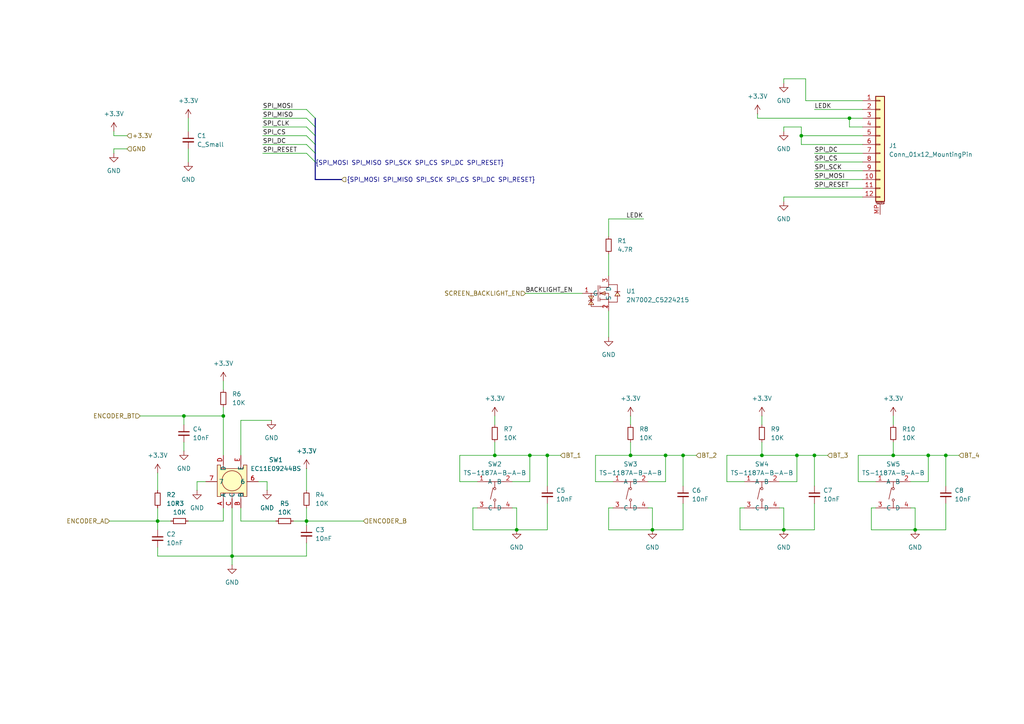
<source format=kicad_sch>
(kicad_sch (version 20231120) (generator "eeschema") (generator_version "8.0")
  (paper "A4")
  (lib_symbols
    (symbol "Connector_Generic_MountingPin:Conn_01x12_MountingPin" (pin_names (offset 1.016) hide)
      (property "Reference" "J" (at 0 15.24 0))
      (property "Value" "Conn_01x12_MountingPin" (at 1.27 -17.78 0))
      (symbol "Conn_01x12_MountingPin_1_1"
        (rectangle (start -1.27 -15.113) (end 0 -15.367) (stroke (width 0.1524)))
        (rectangle (start -1.27 -12.573) (end 0 -12.827) (stroke (width 0.1524)))
        (rectangle (start -1.27 -10.033) (end 0 -10.287) (stroke (width 0.1524)))
        (rectangle (start -1.27 -7.493) (end 0 -7.747) (stroke (width 0.1524)))
        (rectangle (start -1.27 -4.953) (end 0 -5.207) (stroke (width 0.1524)))
        (rectangle (start -1.27 -2.413) (end 0 -2.667) (stroke (width 0.1524)))
        (rectangle (start -1.27 0.127) (end 0 -0.127) (stroke (width 0.1524)))
        (rectangle (start -1.27 2.667) (end 0 2.413) (stroke (width 0.1524)))
        (rectangle (start -1.27 5.207) (end 0 4.953) (stroke (width 0.1524)))
        (rectangle (start -1.27 7.747) (end 0 7.493) (stroke (width 0.1524)))
        (rectangle (start -1.27 10.287) (end 0 10.033) (stroke (width 0.1524)))
        (rectangle (start -1.27 12.827) (end 0 12.573) (stroke (width 0.1524)))
        (rectangle (start -1.27 13.97) (end 1.27 -16.51) (stroke (width 0.254)) (fill (type background)))
        (polyline (pts (xy -1.016 -17.272) (xy 1.016 -17.272)) (stroke (width 0.1524)))
        (text "Mounting" (at 0 -16.891 0) (effects (font (size 0.381 0.381))))
        (pin passive line (at -5.08 12.7 0) (length 3.81) (name "Pin_1") (number "1"))
        (pin passive line (at -5.08 -10.16 0) (length 3.81) (name "Pin_10") (number "10"))
        (pin passive line (at -5.08 -12.7 0) (length 3.81) (name "Pin_11") (number "11"))
        (pin passive line (at -5.08 -15.24 0) (length 3.81) (name "Pin_12") (number "12"))
        (pin passive line (at -5.08 10.16 0) (length 3.81) (name "Pin_2") (number "2"))
        (pin passive line (at -5.08 7.62 0) (length 3.81) (name "Pin_3") (number "3"))
        (pin passive line (at -5.08 5.08 0) (length 3.81) (name "Pin_4") (number "4"))
        (pin passive line (at -5.08 2.54 0) (length 3.81) (name "Pin_5") (number "5"))
        (pin passive line (at -5.08 0 0) (length 3.81) (name "Pin_6") (number "6"))
        (pin passive line (at -5.08 -2.54 0) (length 3.81) (name "Pin_7") (number "7"))
        (pin passive line (at -5.08 -5.08 0) (length 3.81) (name "Pin_8") (number "8"))
        (pin passive line (at -5.08 -7.62 0) (length 3.81) (name "Pin_9") (number "9"))
        (pin passive line (at 0 -20.32 90) (length 3.048) (name "MountPin") (number "MP"))
      )
    )
    (symbol "Device:C_Small" (pin_numbers hide) (pin_names (offset 0.254) hide)
      (property "Reference" "C" (at 0.254 1.778 0))
      (property "Value" "C_Small" (at 0.254 -2.032 0))
      (symbol "C_Small_0_1"
        (polyline (pts (xy -1.524 -0.508) (xy 1.524 -0.508)) (stroke (width 0.3302)))
        (polyline (pts (xy -1.524 0.508) (xy 1.524 0.508)) (stroke (width 0.3048)))
      )
      (symbol "C_Small_1_1"
        (pin passive line (at 0 2.54 270) (length 2.032) (name "~") (number "1"))
        (pin passive line (at 0 -2.54 90) (length 2.032) (name "~") (number "2"))
      )
    )
    (symbol "Device:R_Small" (pin_numbers hide) (pin_names (offset 0.254) hide)
      (property "Reference" "R" (at 0.762 0.508 0))
      (property "Value" "R_Small" (at 0.762 -1.016 0))
      (symbol "R_Small_0_1"
        (rectangle (start -0.762 1.778) (end 0.762 -1.778) (stroke (width 0.2032)))
      )
      (symbol "R_Small_1_1"
        (pin passive line (at 0 2.54 270) (length 0.762) (name "~") (number "1"))
        (pin passive line (at 0 -2.54 90) (length 0.762) (name "~") (number "2"))
      )
    )
    (symbol "footprints:2N7002_C5224215"
      (property "Reference" "U" (at 0 10.16 0))
      (property "Value" "2N7002_C5224215" (at 0 -10.16 0))
      (symbol "2N7002_C5224215_0_1"
        (polyline (pts (xy -5.08 0) (xy -3.05 0)))
        (polyline (pts (xy -3.05 2.29) (xy -3.05 -2.29)))
        (polyline (pts (xy -2.54 -2.29) (xy -2.54 -1.27)))
        (polyline (pts (xy -2.54 -0.51) (xy -2.54 0.51)))
        (polyline (pts (xy -2.54 1.27) (xy -2.54 2.29)))
        (polyline (pts (xy 0 -1.78) (xy -2.54 -1.78)))
        (polyline (pts (xy 0 1.78) (xy -2.54 1.78)))
        (polyline (pts (xy -2.54 0) (xy 0 0) (xy 0 -2.54)))
        (polyline (pts (xy 0 -2.54) (xy 2.54 -2.54) (xy 2.54 -0.51)))
        (polyline (pts (xy -5.84 -2.29) (xy -5.59 -2.03) (xy -4.57 -2.03) (xy -4.32 -1.78)))
        (polyline (pts (xy -5.08 -2.03) (xy -5.84 -3.3) (xy -4.32 -3.3) (xy -5.08 -2.03)) (fill (type background)))
        (polyline (pts (xy -5.08 -2.03) (xy -4.32 -0.76) (xy -5.84 -0.76) (xy -5.08 -2.03)) (fill (type background)))
        (polyline (pts (xy -5.08 0) (xy -5.08 -2.79) (xy -5.08 -3.81) (xy 0 -3.81)))
        (polyline (pts (xy -2.54 0) (xy -1.02 -0.51) (xy -1.02 0.51) (xy -2.54 0)) (fill (type background)))
        (polyline (pts (xy 0 1.78) (xy 0 2.54) (xy 2.54 2.54) (xy 2.54 0)))
        (polyline (pts (xy 1.78 0.51) (xy 2.03 0.51) (xy 3.05 0.51) (xy 3.3 0.51)))
        (polyline (pts (xy 2.54 0.51) (xy 1.78 -0.76) (xy 3.3 -0.76) (xy 2.54 0.51)) (fill (type background)))
        (pin unspecified line (at -7.62 0 0) (length 2.54) (name "G") (number "1"))
        (pin unspecified line (at 0 -5.08 90) (length 2.54) (name "S") (number "2"))
        (pin unspecified line (at 0 5.08 270) (length 2.54) (name "D") (number "3"))
      )
    )
    (symbol "footprints:EC11E09244BS"
      (property "Reference" "SW" (at 0 12.7 0))
      (property "Value" "EC11E09244BS" (at 0 -12.7 0))
      (symbol "EC11E09244BS_0_1"
        (polyline (pts (xy -2.54 3.81) (xy -2.54 5.08)))
        (polyline (pts (xy 0 -3.3) (xy 0 -5.08)))
        (polyline (pts (xy 2.54 -3.3) (xy 2.54 -5.08)))
        (polyline (pts (xy 2.54 3.81) (xy 2.54 5.08)))
        (polyline (pts (xy -2.54 -3.3) (xy -2.54 -5.08) (xy -2.54 -5.08)))
        (polyline (pts (xy -4.32 -4.32) (xy -3.56 -4.32) (xy -3.3 -4.32) (xy -3.3 -3.3) (xy 3.3 -3.3) (xy 3.3 -4.32) (xy 4.32 -4.32) (xy 4.32 4.83) (xy 3.3 4.83) (xy 3.3 3.81) (xy -3.3 3.81) (xy -3.3 4.83) (xy -4.32 4.83) (xy -4.32 -4.32)) (fill (type background)))
        (circle (center 0 0.25) (radius 2.92))
        (pin unspecified line (at 7.62 0 180) (length 3.302) (name "6") (number "6"))
        (pin unspecified line (at -7.62 0 0) (length 3.302) (name "7") (number "7"))
        (pin unspecified line (at -2.54 -7.62 90) (length 2.54) (name "A") (number "A"))
        (pin unspecified line (at 2.54 -7.62 90) (length 2.54) (name "B") (number "B"))
        (pin unspecified line (at 0 -7.62 90) (length 2.54) (name "C") (number "C"))
        (pin unspecified line (at -2.54 7.62 270) (length 2.54) (name "D") (number "D"))
        (pin unspecified line (at 2.54 7.62 270) (length 2.54) (name "E") (number "E"))
      )
    )
    (symbol "footprints:TS-1187A-B-A-B"
      (property "Reference" "SW" (at 0 7.62 0))
      (property "Value" "TS-1187A-B-A-B" (at 0 -10.16 0))
      (symbol "TS-1187A-B-A-B_0_1"
        (circle (center 0 -2.79) (radius 0.32))
        (polyline (pts (xy -2.54 -5.08) (xy 2.54 -5.08)))
        (polyline (pts (xy -2.54 2.54) (xy 2.54 2.54)))
        (polyline (pts (xy -0.51 0.76) (xy -1.27 -2.54)))
        (polyline (pts (xy 0 -3.3) (xy 0 -5.08)))
        (polyline (pts (xy 0 0.76) (xy 0 2.54)))
        (circle (center 0 0.51) (radius 0.32))
        (pin unspecified line (at -5.08 2.54 0) (length 2.54) (name "A") (number "1"))
        (pin unspecified line (at 5.08 2.54 180) (length 2.54) (name "B") (number "2"))
        (pin unspecified line (at -5.08 -5.08 0) (length 2.54) (name "C") (number "3"))
        (pin unspecified line (at 5.08 -5.08 180) (length 2.54) (name "D") (number "4"))
      )
    )
    (symbol "power:+3.3V" (power) (pin_numbers hide) (pin_names (offset 0) hide)
      (property "Value" "+3.3V" (at 0 3.556 0))
      (symbol "+3.3V_0_1"
        (polyline (pts (xy -0.762 1.27) (xy 0 2.54)))
        (polyline (pts (xy 0 0) (xy 0 2.54)))
        (polyline (pts (xy 0 2.54) (xy 0.762 1.27)))
      )
      (symbol "+3.3V_1_1"
        (pin power_in line (at 0 0 90) (length 0) (name "~") (number "1"))
      )
    )
    (symbol "power:GND" (power) (pin_numbers hide) (pin_names (offset 0) hide)
      (property "Value" "GND" (at 0 -3.81 0))
      (symbol "GND_0_1"
        (polyline (pts (xy 0 0) (xy 0 -1.27) (xy 1.27 -1.27) (xy 0 -2.54) (xy -1.27 -1.27) (xy 0 -1.27)))
      )
      (symbol "GND_1_1"
        (pin power_in line (at 0 0 270) (length 0) (name "~") (number "1"))
      )
    )
  )
  (junction (at 189.23 153.67))
  (junction (at 231.14 132.08))
  (junction (at 182.88 132.08))
  (junction (at 193.04 132.08))
  (junction (at 153.67 132.08))
  (junction (at 269.24 132.08))
  (junction (at 274.32 132.08))
  (junction (at 246.38 34.29))
  (junction (at 149.86 153.67))
  (junction (at 265.43 153.67))
  (junction (at 232.41 39.37))
  (junction (at 158.75 132.08))
  (junction (at 198.12 132.08))
  (junction (at 88.9 151.13))
  (junction (at 67.31 161.29))
  (junction (at 143.51 132.08))
  (junction (at 236.22 132.08))
  (junction (at 45.72 151.13))
  (junction (at 227.33 153.67))
  (junction (at 259.08 132.08))
  (junction (at 64.77 120.65))
  (junction (at 220.98 132.08))
  (junction (at 53.34 120.65))
  (bus_entry (at 88.9 31.75) (size 2.54 2.54))
  (bus_entry (at 88.9 34.29) (size 2.54 2.54))
  (bus_entry (at 88.9 36.83) (size 2.54 2.54))
  (bus_entry (at 88.9 39.37) (size 2.54 2.54))
  (bus_entry (at 88.9 44.45) (size 2.54 2.54))
  (bus_entry (at 88.9 41.91) (size 2.54 2.54))
  (wire (pts (xy 214.63 147.32) (xy 214.63 153.67)))
  (wire (pts (xy 133.35 132.08) (xy 143.51 132.08)))
  (wire (pts (xy 85.09 151.13) (xy 88.9 151.13)))
  (wire (pts (xy 182.88 120.65) (xy 182.88 123.19)))
  (bus (pts (xy 91.44 39.37) (xy 91.44 41.91)))
  (wire (pts (xy 187.96 139.7) (xy 193.04 139.7)))
  (wire (pts (xy 259.08 132.08) (xy 269.24 132.08)))
  (wire (pts (xy 264.16 147.32) (xy 265.43 147.32)))
  (wire (pts (xy 69.85 147.32) (xy 69.85 151.13)))
  (wire (pts (xy 274.32 146.05) (xy 274.32 153.67)))
  (wire (pts (xy 45.72 151.13) (xy 49.53 151.13)))
  (wire (pts (xy 53.34 120.65) (xy 64.77 120.65)))
  (wire (pts (xy 232.41 36.83) (xy 227.33 36.83)))
  (wire (pts (xy 236.22 52.07) (xy 250.19 52.07)))
  (wire (pts (xy 259.08 132.08) (xy 259.08 128.27)))
  (wire (pts (xy 137.16 147.32) (xy 137.16 153.67)))
  (wire (pts (xy 88.9 151.13) (xy 88.9 152.4)))
  (wire (pts (xy 176.53 153.67) (xy 189.23 153.67)))
  (wire (pts (xy 259.08 120.65) (xy 259.08 123.19)))
  (wire (pts (xy 252.73 147.32) (xy 254 147.32)))
  (wire (pts (xy 265.43 147.32) (xy 265.43 153.67)))
  (wire (pts (xy 236.22 54.61) (xy 250.19 54.61)))
  (wire (pts (xy 54.61 43.18) (xy 54.61 46.99)))
  (wire (pts (xy 148.59 139.7) (xy 153.67 139.7)))
  (wire (pts (xy 59.69 139.7) (xy 57.15 139.7)))
  (wire (pts (xy 236.22 132.08) (xy 240.03 132.08)))
  (wire (pts (xy 64.77 110.49) (xy 64.77 113.03)))
  (wire (pts (xy 153.67 132.08) (xy 158.75 132.08)))
  (wire (pts (xy 78.74 121.92) (xy 69.85 121.92)))
  (bus (pts (xy 91.44 44.45) (xy 91.44 46.99)))
  (wire (pts (xy 236.22 46.99) (xy 250.19 46.99)))
  (wire (pts (xy 152.4 85.09) (xy 168.91 85.09)))
  (wire (pts (xy 176.53 147.32) (xy 176.53 153.67)))
  (wire (pts (xy 220.98 132.08) (xy 220.98 128.27)))
  (wire (pts (xy 74.93 139.7) (xy 77.47 139.7)))
  (wire (pts (xy 149.86 147.32) (xy 149.86 153.67)))
  (wire (pts (xy 137.16 153.67) (xy 149.86 153.67)))
  (wire (pts (xy 153.67 139.7) (xy 153.67 132.08)))
  (wire (pts (xy 193.04 132.08) (xy 198.12 132.08)))
  (wire (pts (xy 31.75 151.13) (xy 45.72 151.13)))
  (wire (pts (xy 53.34 120.65) (xy 53.34 123.19)))
  (wire (pts (xy 33.02 43.18) (xy 36.83 43.18)))
  (wire (pts (xy 137.16 147.32) (xy 138.43 147.32)))
  (wire (pts (xy 250.19 29.21) (xy 233.68 29.21)))
  (wire (pts (xy 252.73 147.32) (xy 252.73 153.67)))
  (wire (pts (xy 33.02 39.37) (xy 36.83 39.37)))
  (wire (pts (xy 158.75 132.08) (xy 162.56 132.08)))
  (wire (pts (xy 269.24 132.08) (xy 274.32 132.08)))
  (wire (pts (xy 274.32 153.67) (xy 265.43 153.67)))
  (wire (pts (xy 133.35 139.7) (xy 138.43 139.7)))
  (wire (pts (xy 143.51 120.65) (xy 143.51 123.19)))
  (bus (pts (xy 91.44 36.83) (xy 91.44 39.37)))
  (wire (pts (xy 219.71 33.02) (xy 219.71 34.29)))
  (wire (pts (xy 250.19 36.83) (xy 246.38 36.83)))
  (wire (pts (xy 77.47 139.7) (xy 77.47 142.24)))
  (wire (pts (xy 176.53 73.66) (xy 176.53 80.01)))
  (wire (pts (xy 220.98 120.65) (xy 220.98 123.19)))
  (wire (pts (xy 214.63 147.32) (xy 215.9 147.32)))
  (wire (pts (xy 233.68 29.21) (xy 233.68 22.86)))
  (wire (pts (xy 45.72 158.75) (xy 45.72 161.29)))
  (wire (pts (xy 64.77 120.65) (xy 64.77 132.08)))
  (wire (pts (xy 219.71 34.29) (xy 246.38 34.29)))
  (wire (pts (xy 57.15 139.7) (xy 57.15 142.24)))
  (wire (pts (xy 246.38 34.29) (xy 250.19 34.29)))
  (wire (pts (xy 45.72 151.13) (xy 45.72 153.67)))
  (wire (pts (xy 246.38 36.83) (xy 246.38 34.29)))
  (wire (pts (xy 233.68 22.86) (xy 227.33 22.86)))
  (wire (pts (xy 33.02 44.45) (xy 33.02 43.18)))
  (wire (pts (xy 45.72 137.16) (xy 45.72 142.24)))
  (wire (pts (xy 220.98 132.08) (xy 231.14 132.08)))
  (wire (pts (xy 88.9 161.29) (xy 67.31 161.29)))
  (wire (pts (xy 186.69 63.5) (xy 176.53 63.5)))
  (wire (pts (xy 198.12 153.67) (xy 189.23 153.67)))
  (wire (pts (xy 231.14 139.7) (xy 231.14 132.08)))
  (wire (pts (xy 158.75 153.67) (xy 149.86 153.67)))
  (wire (pts (xy 76.2 36.83) (xy 88.9 36.83)))
  (wire (pts (xy 76.2 41.91) (xy 88.9 41.91)))
  (wire (pts (xy 76.2 39.37) (xy 88.9 39.37)))
  (wire (pts (xy 210.82 139.7) (xy 210.82 132.08)))
  (wire (pts (xy 236.22 44.45) (xy 250.19 44.45)))
  (wire (pts (xy 250.19 41.91) (xy 232.41 41.91)))
  (wire (pts (xy 64.77 118.11) (xy 64.77 120.65)))
  (wire (pts (xy 227.33 22.86) (xy 227.33 24.13)))
  (wire (pts (xy 67.31 161.29) (xy 67.31 163.83)))
  (wire (pts (xy 67.31 147.32) (xy 67.31 161.29)))
  (wire (pts (xy 232.41 41.91) (xy 232.41 39.37)))
  (wire (pts (xy 64.77 151.13) (xy 54.61 151.13)))
  (wire (pts (xy 198.12 132.08) (xy 198.12 140.97)))
  (wire (pts (xy 226.06 139.7) (xy 231.14 139.7)))
  (wire (pts (xy 88.9 135.89) (xy 88.9 142.24)))
  (wire (pts (xy 76.2 31.75) (xy 88.9 31.75)))
  (wire (pts (xy 45.72 147.32) (xy 45.72 151.13)))
  (wire (pts (xy 269.24 139.7) (xy 269.24 132.08)))
  (wire (pts (xy 76.2 44.45) (xy 88.9 44.45)))
  (wire (pts (xy 248.92 132.08) (xy 259.08 132.08)))
  (wire (pts (xy 133.35 139.7) (xy 133.35 132.08)))
  (wire (pts (xy 88.9 151.13) (xy 105.41 151.13)))
  (wire (pts (xy 227.33 57.15) (xy 227.33 58.42)))
  (wire (pts (xy 252.73 153.67) (xy 265.43 153.67)))
  (wire (pts (xy 236.22 132.08) (xy 236.22 140.97)))
  (wire (pts (xy 54.61 34.29) (xy 54.61 38.1)))
  (wire (pts (xy 158.75 146.05) (xy 158.75 153.67)))
  (wire (pts (xy 69.85 121.92) (xy 69.85 132.08)))
  (wire (pts (xy 88.9 157.48) (xy 88.9 161.29)))
  (wire (pts (xy 226.06 147.32) (xy 227.33 147.32)))
  (wire (pts (xy 182.88 132.08) (xy 182.88 128.27)))
  (wire (pts (xy 45.72 161.29) (xy 67.31 161.29)))
  (wire (pts (xy 198.12 146.05) (xy 198.12 153.67)))
  (wire (pts (xy 69.85 151.13) (xy 80.01 151.13)))
  (wire (pts (xy 214.63 153.67) (xy 227.33 153.67)))
  (wire (pts (xy 172.72 139.7) (xy 177.8 139.7)))
  (wire (pts (xy 176.53 90.17) (xy 176.53 97.79)))
  (wire (pts (xy 193.04 139.7) (xy 193.04 132.08)))
  (bus (pts (xy 91.44 52.07) (xy 99.06 52.07)))
  (wire (pts (xy 236.22 146.05) (xy 236.22 153.67)))
  (wire (pts (xy 182.88 132.08) (xy 193.04 132.08)))
  (wire (pts (xy 158.75 132.08) (xy 158.75 140.97)))
  (wire (pts (xy 210.82 139.7) (xy 215.9 139.7)))
  (wire (pts (xy 176.53 63.5) (xy 176.53 68.58)))
  (wire (pts (xy 143.51 132.08) (xy 143.51 128.27)))
  (wire (pts (xy 236.22 49.53) (xy 250.19 49.53)))
  (wire (pts (xy 143.51 132.08) (xy 153.67 132.08)))
  (wire (pts (xy 176.53 147.32) (xy 177.8 147.32)))
  (wire (pts (xy 232.41 39.37) (xy 232.41 36.83)))
  (wire (pts (xy 88.9 147.32) (xy 88.9 151.13)))
  (wire (pts (xy 227.33 36.83) (xy 227.33 38.1)))
  (wire (pts (xy 53.34 128.27) (xy 53.34 130.81)))
  (bus (pts (xy 91.44 34.29) (xy 91.44 36.83)))
  (wire (pts (xy 172.72 132.08) (xy 182.88 132.08)))
  (wire (pts (xy 64.77 147.32) (xy 64.77 151.13)))
  (wire (pts (xy 172.72 139.7) (xy 172.72 132.08)))
  (wire (pts (xy 148.59 147.32) (xy 149.86 147.32)))
  (wire (pts (xy 187.96 147.32) (xy 189.23 147.32)))
  (wire (pts (xy 236.22 31.75) (xy 250.19 31.75)))
  (wire (pts (xy 198.12 132.08) (xy 201.93 132.08)))
  (wire (pts (xy 274.32 132.08) (xy 278.13 132.08)))
  (bus (pts (xy 91.44 46.99) (xy 91.44 52.07)))
  (wire (pts (xy 227.33 57.15) (xy 250.19 57.15)))
  (bus (pts (xy 91.44 41.91) (xy 91.44 44.45)))
  (wire (pts (xy 76.2 34.29) (xy 88.9 34.29)))
  (wire (pts (xy 250.19 39.37) (xy 232.41 39.37)))
  (wire (pts (xy 248.92 139.7) (xy 248.92 132.08)))
  (wire (pts (xy 189.23 147.32) (xy 189.23 153.67)))
  (wire (pts (xy 210.82 132.08) (xy 220.98 132.08)))
  (wire (pts (xy 264.16 139.7) (xy 269.24 139.7)))
  (wire (pts (xy 33.02 38.1) (xy 33.02 39.37)))
  (wire (pts (xy 231.14 132.08) (xy 236.22 132.08)))
  (wire (pts (xy 274.32 132.08) (xy 274.32 140.97)))
  (wire (pts (xy 227.33 147.32) (xy 227.33 153.67)))
  (wire (pts (xy 248.92 139.7) (xy 254 139.7)))
  (wire (pts (xy 40.64 120.65) (xy 53.34 120.65)))
  (wire (pts (xy 236.22 153.67) (xy 227.33 153.67)))
  (label "SPI_MOSI" (at 236.22 52.07 0))
  (label "SPI_RESET" (at 76.2 44.45 0))
  (label "SPI_SCK" (at 236.22 49.53 0))
  (label "LEDK" (at 181.61 63.5 0))
  (label "LEDK" (at 236.22 31.75 0))
  (label "SPI_MOSI" (at 76.2 31.75 0))
  (label "{SPI_MOSI SPI_MISO SPI_SCK SPI_CS SPI_DC SPI_RESET}" (at 91.44 48.26 0))
  (label "SPI_DC" (at 236.22 44.45 0))
  (label "SPI_MISO" (at 76.2 34.29 0))
  (label "BACKLIGHT_EN" (at 152.4 85.09 0))
  (label "SPI_RESET" (at 236.22 54.61 0))
  (label "SPI_CS" (at 236.22 46.99 0))
  (label "SPI_DC" (at 76.2 41.91 0))
  (label "SPI_CLK" (at 76.2 36.83 0))
  (label "SPI_CS" (at 76.2 39.37 0))
  (hierarchical_label "ENCODER_BT" (shape input) (at 40.64 120.65 180))
  (hierarchical_label "ENCODER_A" (shape input) (at 31.75 151.13 180))
  (hierarchical_label "BT_3" (shape input) (at 240.03 132.08 0))
  (hierarchical_label "GND" (shape input) (at 36.83 43.18 0))
  (hierarchical_label "+3.3V" (shape input) (at 36.83 39.37 0))
  (hierarchical_label "BT_1" (shape input) (at 162.56 132.08 0))
  (hierarchical_label "SCREEN_BACKLIGHT_EN" (shape input) (at 152.4 85.09 180))
  (hierarchical_label "ENCODER_B" (shape input) (at 105.41 151.13 0))
  (hierarchical_label "{SPI_MOSI SPI_MISO SPI_SCK SPI_CS SPI_DC SPI_RESET}" (shape input) (at 99.06 52.07 0))
  (hierarchical_label "BT_4" (shape input) (at 278.13 132.08 0))
  (hierarchical_label "BT_2" (shape input) (at 201.93 132.08 0))
  (symbol (lib_id "Device:C_Small") (at 54.61 40.64 0) (unit 1)
    (property "Reference" "C1" (at 57.15 39.3762 0) (effects (justify left)))
    (property "Value" "C_Small" (at 57.15 41.9162 0) (effects (justify left)))
    (property "Description" "Unpolarized capacitor, small symbol" (effects (hide yes)))
  )
  (symbol (lib_id "Device:C_Small") (at 236.22 143.51 0) (unit 1)
    (property "Reference" "C7" (at 238.76 142.2462 0) (effects (justify left)))
    (property "Value" "10nF" (at 238.76 144.7862 0) (effects (justify left)))
    (property "Description" "Unpolarized capacitor, small symbol" (effects (hide yes)))
  )
  (symbol (lib_id "power:GND") (at 189.23 153.67 0) (unit 1)
    (property "Reference" "#PWR020" (effects (hide yes)))
    (property "Value" "GND" (at 189.23 158.75 0))
    (property "Description" "Power symbol creates a global label with name \"GND\" , ground" (effects (hide yes)))
  )
  (symbol (lib_id "power:+3.3V") (at 45.72 137.16 0) (unit 1)
    (property "Reference" "#PWR011" (effects (hide yes)))
    (property "Value" "+3.3V" (at 45.72 132.08 0))
    (property "Description" "Power symbol creates a global label with name \"+3.3V\"" (effects (hide yes)))
  )
  (symbol (lib_id "power:+3.3V") (at 33.02 38.1 0) (unit 1)
    (property "Reference" "#PWR09" (effects (hide yes)))
    (property "Value" "+3.3V" (at 33.02 33.02 0))
    (property "Description" "Power symbol creates a global label with name \"+3.3V\"" (effects (hide yes)))
  )
  (symbol (lib_id "Device:R_Small") (at 45.72 144.78 0) (unit 1)
    (property "Reference" "R2" (at 48.26 143.5099 0) (effects (justify left)))
    (property "Value" "10K" (at 48.26 146.0499 0) (effects (justify left)))
    (property "Description" "Resistor, small symbol" (effects (hide yes)))
  )
  (symbol (lib_id "power:GND") (at 53.34 130.81 0) (unit 1)
    (property "Reference" "#PWR023" (effects (hide yes)))
    (property "Value" "GND" (at 53.34 135.89 0))
    (property "Description" "Power symbol creates a global label with name \"GND\" , ground" (effects (hide yes)))
  )
  (symbol (lib_id "power:+3.3V") (at 88.9 135.89 0) (unit 1)
    (property "Reference" "#PWR012" (effects (hide yes)))
    (property "Value" "+3.3V" (at 88.9 130.81 0))
    (property "Description" "Power symbol creates a global label with name \"+3.3V\"" (effects (hide yes)))
  )
  (symbol (lib_id "power:GND") (at 78.74 121.92 0) (unit 1)
    (property "Reference" "#PWR013" (effects (hide yes)))
    (property "Value" "GND" (at 78.74 127 0))
    (property "Description" "Power symbol creates a global label with name \"GND\" , ground" (effects (hide yes)))
  )
  (symbol (lib_id "power:GND") (at 33.02 44.45 0) (unit 1)
    (property "Reference" "#PWR08" (effects (hide yes)))
    (property "Value" "GND" (at 33.02 49.53 0))
    (property "Description" "Power symbol creates a global label with name \"GND\" , ground" (effects (hide yes)))
  )
  (symbol (lib_id "power:+3.3V") (at 220.98 120.65 0) (unit 1)
    (property "Reference" "#PWR021" (effects (hide yes)))
    (property "Value" "+3.3V" (at 220.98 115.57 0))
    (property "Description" "Power symbol creates a global label with name \"+3.3V\"" (effects (hide yes)))
  )
  (symbol (lib_id "footprints:EC11E09244BS") (at 67.31 139.7 0) (unit 1)
    (property "Reference" "SW1" (at 80.01 133.3814 0))
    (property "Value" "EC11E09244BS" (at 80.01 135.9214 0))
    (property "Footprint" "footprints:SW-TH_EC11XXXXXXXX" (effects (hide yes)))
    (property "Datasheet" "https://lcsc.com/product-detail/Coded-Rotary-Switches_ALPS-Electric-EC11E09244BS_C470742.html" (effects (hide yes)))
    (property "LCSC Part" "C470742" (effects (hide yes)))
  )
  (symbol (lib_id "Device:R_Small") (at 82.55 151.13 90) (unit 1)
    (property "Reference" "R5" (at 82.55 146.05 90))
    (property "Value" "10K" (at 82.55 148.59 90))
    (property "Description" "Resistor, small symbol" (effects (hide yes)))
  )
  (symbol (lib_id "Device:R_Small") (at 220.98 125.73 0) (unit 1)
    (property "Reference" "R9" (at 223.52 124.4599 0) (effects (justify left)))
    (property "Value" "10K" (at 223.52 126.9999 0) (effects (justify left)))
    (property "Description" "Resistor, small symbol" (effects (hide yes)))
  )
  (symbol (lib_id "footprints:TS-1187A-B-A-B") (at 259.08 142.24 0) (unit 1)
    (property "Reference" "SW5" (at 259.08 134.62 0))
    (property "Value" "TS-1187A-B-A-B" (at 259.08 137.16 0))
    (property "Footprint" "footprints:SW-SMD_4P-L5.1-W5.1-P3.70-LS6.5-TL-2" (effects (hide yes)))
    (property "Datasheet" "https://lcsc.com/product-detail/Tactile-Switches_XKB-Enterprise-TS-1187-B-A-A_C318884.html" (effects (hide yes)))
    (property "LCSC Part" "C318884" (effects (hide yes)))
  )
  (symbol (lib_id "Device:C_Small") (at 198.12 143.51 0) (unit 1)
    (property "Reference" "C6" (at 200.66 142.2462 0) (effects (justify left)))
    (property "Value" "10nF" (at 200.66 144.7862 0) (effects (justify left)))
    (property "Description" "Unpolarized capacitor, small symbol" (effects (hide yes)))
  )
  (symbol (lib_id "footprints:TS-1187A-B-A-B") (at 182.88 142.24 0) (unit 1)
    (property "Reference" "SW3" (at 182.88 134.62 0))
    (property "Value" "TS-1187A-B-A-B" (at 182.88 137.16 0))
    (property "Footprint" "footprints:SW-SMD_4P-L5.1-W5.1-P3.70-LS6.5-TL-2" (effects (hide yes)))
    (property "Datasheet" "https://lcsc.com/product-detail/Tactile-Switches_XKB-Enterprise-TS-1187-B-A-A_C318884.html" (effects (hide yes)))
    (property "LCSC Part" "C318884" (effects (hide yes)))
  )
  (symbol (lib_id "Device:C_Small") (at 158.75 143.51 0) (unit 1)
    (property "Reference" "C5" (at 161.29 142.2462 0) (effects (justify left)))
    (property "Value" "10nF" (at 161.29 144.7862 0) (effects (justify left)))
    (property "Description" "Unpolarized capacitor, small symbol" (effects (hide yes)))
  )
  (symbol (lib_id "power:GND") (at 54.61 46.99 0) (unit 1)
    (property "Reference" "#PWR06" (effects (hide yes)))
    (property "Value" "GND" (at 54.61 52.07 0))
    (property "Description" "Power symbol creates a global label with name \"GND\" , ground" (effects (hide yes)))
  )
  (symbol (lib_id "power:+3.3V") (at 182.88 120.65 0) (unit 1)
    (property "Reference" "#PWR019" (effects (hide yes)))
    (property "Value" "+3.3V" (at 182.88 115.57 0))
    (property "Description" "Power symbol creates a global label with name \"+3.3V\"" (effects (hide yes)))
  )
  (symbol (lib_id "power:+3.3V") (at 259.08 120.65 0) (unit 1)
    (property "Reference" "#PWR024" (effects (hide yes)))
    (property "Value" "+3.3V" (at 259.08 115.57 0))
    (property "Description" "Power symbol creates a global label with name \"+3.3V\"" (effects (hide yes)))
  )
  (symbol (lib_id "power:+3.3V") (at 64.77 110.49 0) (unit 1)
    (property "Reference" "#PWR014" (effects (hide yes)))
    (property "Value" "+3.3V" (at 64.77 105.41 0))
    (property "Description" "Power symbol creates a global label with name \"+3.3V\"" (effects (hide yes)))
  )
  (symbol (lib_id "Device:C_Small") (at 88.9 154.94 0) (unit 1)
    (property "Reference" "C3" (at 91.44 153.6762 0) (effects (justify left)))
    (property "Value" "10nF" (at 91.44 156.2162 0) (effects (justify left)))
    (property "Description" "Unpolarized capacitor, small symbol" (effects (hide yes)))
  )
  (symbol (lib_id "Device:R_Small") (at 64.77 115.57 0) (unit 1)
    (property "Reference" "R6" (at 67.31 114.2999 0) (effects (justify left)))
    (property "Value" "10K" (at 67.31 116.8399 0) (effects (justify left)))
    (property "Description" "Resistor, small symbol" (effects (hide yes)))
  )
  (symbol (lib_id "power:+3.3V") (at 54.61 34.29 0) (unit 1)
    (property "Reference" "#PWR07" (effects (hide yes)))
    (property "Value" "+3.3V" (at 54.61 29.21 0))
    (property "Description" "Power symbol creates a global label with name \"+3.3V\"" (effects (hide yes)))
  )
  (symbol (lib_id "power:GND") (at 176.53 97.79 0) (unit 1)
    (property "Reference" "#PWR05" (effects (hide yes)))
    (property "Value" "GND" (at 176.53 102.87 0))
    (property "Description" "Power symbol creates a global label with name \"GND\" , ground" (effects (hide yes)))
  )
  (symbol (lib_id "power:GND") (at 227.33 153.67 0) (unit 1)
    (property "Reference" "#PWR022" (effects (hide yes)))
    (property "Value" "GND" (at 227.33 158.75 0))
    (property "Description" "Power symbol creates a global label with name \"GND\" , ground" (effects (hide yes)))
  )
  (symbol (lib_id "power:GND") (at 265.43 153.67 0) (unit 1)
    (property "Reference" "#PWR025" (effects (hide yes)))
    (property "Value" "GND" (at 265.43 158.75 0))
    (property "Description" "Power symbol creates a global label with name \"GND\" , ground" (effects (hide yes)))
  )
  (symbol (lib_id "Device:C_Small") (at 53.34 125.73 0) (unit 1)
    (property "Reference" "C4" (at 55.88 124.4662 0) (effects (justify left)))
    (property "Value" "10nF" (at 55.88 127.0062 0) (effects (justify left)))
    (property "Description" "Unpolarized capacitor, small symbol" (effects (hide yes)))
  )
  (symbol (lib_id "Device:R_Small") (at 176.53 71.12 0) (unit 1)
    (property "Reference" "R1" (at 179.07 69.8499 0) (effects (justify left)))
    (property "Value" "4.7R" (at 179.07 72.3899 0) (effects (justify left)))
    (property "Description" "Resistor, small symbol" (effects (hide yes)))
  )
  (symbol (lib_id "Device:R_Small") (at 143.51 125.73 0) (unit 1)
    (property "Reference" "R7" (at 146.05 124.4599 0) (effects (justify left)))
    (property "Value" "10K" (at 146.05 126.9999 0) (effects (justify left)))
    (property "Description" "Resistor, small symbol" (effects (hide yes)))
  )
  (symbol (lib_id "power:+3.3V") (at 143.51 120.65 0) (unit 1)
    (property "Reference" "#PWR017" (effects (hide yes)))
    (property "Value" "+3.3V" (at 143.51 115.57 0))
    (property "Description" "Power symbol creates a global label with name \"+3.3V\"" (effects (hide yes)))
  )
  (symbol (lib_id "Device:R_Small") (at 88.9 144.78 0) (unit 1)
    (property "Reference" "R4" (at 91.44 143.5099 0) (effects (justify left)))
    (property "Value" "10K" (at 91.44 146.0499 0) (effects (justify left)))
    (property "Description" "Resistor, small symbol" (effects (hide yes)))
  )
  (symbol (lib_id "footprints:TS-1187A-B-A-B") (at 220.98 142.24 0) (unit 1)
    (property "Reference" "SW4" (at 220.98 134.62 0))
    (property "Value" "TS-1187A-B-A-B" (at 220.98 137.16 0))
    (property "Footprint" "footprints:SW-SMD_4P-L5.1-W5.1-P3.70-LS6.5-TL-2" (effects (hide yes)))
    (property "Datasheet" "https://lcsc.com/product-detail/Tactile-Switches_XKB-Enterprise-TS-1187-B-A-A_C318884.html" (effects (hide yes)))
    (property "LCSC Part" "C318884" (effects (hide yes)))
  )
  (symbol (lib_id "Device:R_Small") (at 182.88 125.73 0) (unit 1)
    (property "Reference" "R8" (at 185.42 124.4599 0) (effects (justify left)))
    (property "Value" "10K" (at 185.42 126.9999 0) (effects (justify left)))
    (property "Description" "Resistor, small symbol" (effects (hide yes)))
  )
  (symbol (lib_id "Device:C_Small") (at 45.72 156.21 0) (unit 1)
    (property "Reference" "C2" (at 48.26 154.9462 0) (effects (justify left)))
    (property "Value" "10nF" (at 48.26 157.4862 0) (effects (justify left)))
    (property "Description" "Unpolarized capacitor, small symbol" (effects (hide yes)))
  )
  (symbol (lib_id "power:GND") (at 77.47 142.24 0) (unit 1)
    (property "Reference" "#PWR016" (effects (hide yes)))
    (property "Value" "GND" (at 77.47 147.32 0))
    (property "Description" "Power symbol creates a global label with name \"GND\" , ground" (effects (hide yes)))
  )
  (symbol (lib_id "power:GND") (at 227.33 24.13 0) (unit 1)
    (property "Reference" "#PWR01" (effects (hide yes)))
    (property "Value" "GND" (at 227.33 29.21 0))
    (property "Description" "Power symbol creates a global label with name \"GND\" , ground" (effects (hide yes)))
  )
  (symbol (lib_id "power:GND") (at 227.33 38.1 0) (unit 1)
    (property "Reference" "#PWR02" (effects (hide yes)))
    (property "Value" "GND" (at 227.33 43.18 0))
    (property "Description" "Power symbol creates a global label with name \"GND\" , ground" (effects (hide yes)))
  )
  (symbol (lib_id "Device:R_Small") (at 259.08 125.73 0) (unit 1)
    (property "Reference" "R10" (at 261.62 124.4599 0) (effects (justify left)))
    (property "Value" "10K" (at 261.62 126.9999 0) (effects (justify left)))
    (property "Description" "Resistor, small symbol" (effects (hide yes)))
  )
  (symbol (lib_id "power:GND") (at 149.86 153.67 0) (unit 1)
    (property "Reference" "#PWR018" (effects (hide yes)))
    (property "Value" "GND" (at 149.86 158.75 0))
    (property "Description" "Power symbol creates a global label with name \"GND\" , ground" (effects (hide yes)))
  )
  (symbol (lib_id "Device:R_Small") (at 52.07 151.13 90) (unit 1)
    (property "Reference" "R3" (at 52.07 146.05 90))
    (property "Value" "10K" (at 52.07 148.59 90))
    (property "Description" "Resistor, small symbol" (effects (hide yes)))
  )
  (symbol (lib_id "power:GND") (at 57.15 142.24 0) (unit 1)
    (property "Reference" "#PWR015" (effects (hide yes)))
    (property "Value" "GND" (at 57.15 147.32 0))
    (property "Description" "Power symbol creates a global label with name \"GND\" , ground" (effects (hide yes)))
  )
  (symbol (lib_id "footprints:TS-1187A-B-A-B") (at 143.51 142.24 0) (unit 1)
    (property "Reference" "SW2" (at 143.51 134.62 0))
    (property "Value" "TS-1187A-B-A-B" (at 143.51 137.16 0))
    (property "Footprint" "footprints:SW-SMD_4P-L5.1-W5.1-P3.70-LS6.5-TL-2" (effects (hide yes)))
    (property "Datasheet" "https://lcsc.com/product-detail/Tactile-Switches_XKB-Enterprise-TS-1187-B-A-A_C318884.html" (effects (hide yes)))
    (property "LCSC Part" "C318884" (effects (hide yes)))
  )
  (symbol (lib_id "power:GND") (at 227.33 58.42 0) (unit 1)
    (property "Reference" "#PWR03" (effects (hide yes)))
    (property "Value" "GND" (at 227.33 63.5 0))
    (property "Description" "Power symbol creates a global label with name \"GND\" , ground" (effects (hide yes)))
  )
  (symbol (lib_id "footprints:2N7002_C5224215") (at 176.53 85.09 0) (unit 1)
    (property "Reference" "U1" (at 181.61 84.4549 0) (effects (justify left)))
    (property "Value" "2N7002_C5224215" (at 181.61 86.9949 0) (effects (justify left)))
    (property "Footprint" "footprints:SOT-23-3_L3.0-W1.6-P1.90-LS2.8-BR" (effects (hide yes)))
    (property "LCSC Part" "C5224215" (effects (hide yes)))
  )
  (symbol (lib_id "power:GND") (at 67.31 163.83 0) (unit 1)
    (property "Reference" "#PWR010" (effects (hide yes)))
    (property "Value" "GND" (at 67.31 168.91 0))
    (property "Description" "Power symbol creates a global label with name \"GND\" , ground" (effects (hide yes)))
  )
  (symbol (lib_id "power:+3.3V") (at 219.71 33.02 0) (unit 1)
    (property "Reference" "#PWR04" (effects (hide yes)))
    (property "Value" "+3.3V" (at 219.71 27.94 0))
    (property "Description" "Power symbol creates a global label with name \"+3.3V\"" (effects (hide yes)))
  )
  (symbol (lib_id "Connector_Generic_MountingPin:Conn_01x12_MountingPin") (at 255.27 41.91 0) (unit 1)
    (property "Reference" "J1" (at 257.81 42.2655 0) (effects (justify left)))
    (property "Value" "Conn_01x12_MountingPin" (at 257.81 44.8055 0) (effects (justify left)))
    (property "Footprint" "footprints:LCD-GMT020-02" (effects (hide yes)))
    (property "Description" "Generic connectable mounting pin connector, single row, 01x12, script generated (kicad-library-utils/schlib/autogen/connector/)" (effects (hide yes)))
  )
  (symbol (lib_id "Device:C_Small") (at 274.32 143.51 0) (unit 1)
    (property "Reference" "C8" (at 276.86 142.2462 0) (effects (justify left)))
    (property "Value" "10nF" (at 276.86 144.7862 0) (effects (justify left)))
    (property "Description" "Unpolarized capacitor, small symbol" (effects (hide yes)))
  )
)
</source>
